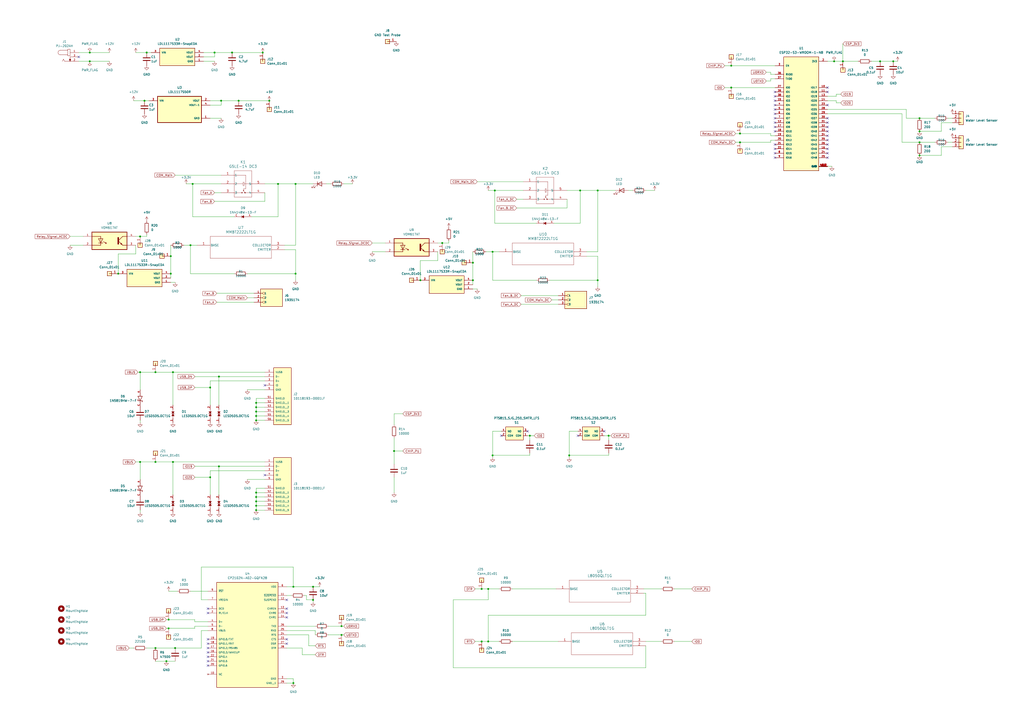
<source format=kicad_sch>
(kicad_sch (version 20230121) (generator eeschema)
  (paper "A2")
  (junction (at 198.12 368.3))
  (junction (at 483.87 35.56))
  (junction (at 274.32 162.56))
  (junction (at 128.27 58.42))
  (junction (at 533.4 82.55))
  (junction (at 171.45 158.75))
  (junction (at 90.17 267.97))
  (junction (at 533.4 68.58))
  (junction (at 97.79 359.41))
  (junction (at 279.4 341.63))
  (junction (at 279.4 372.11))
  (junction (at 96.52 383.54))
  (junction (at 171.45 106.68))
  (junction (at 336.55 110.49))
  (junction (at 346.71 162.56))
  (junction (at 285.75 264.16))
  (junction (at 97.79 364.49))
  (junction (at 170.18 396.24))
  (junction (at 90.17 215.9))
  (junction (at 283.21 341.63))
  (junction (at 353.06 252.73))
  (junction (at 148.59 241.3))
  (junction (at 148.59 236.22))
  (junction (at 198.12 363.22))
  (junction (at 134.62 30.48))
  (junction (at 429.26 82.55))
  (junction (at 283.21 372.11))
  (junction (at 148.59 288.29))
  (junction (at 307.34 252.73))
  (junction (at 152.4 30.48))
  (junction (at 510.54 35.56))
  (junction (at 101.6 375.92))
  (junction (at 170.18 340.36))
  (junction (at 81.28 137.16))
  (junction (at 81.28 267.97))
  (junction (at 148.59 238.76))
  (junction (at 85.09 30.48))
  (junction (at 83.82 58.42))
  (junction (at 518.16 35.56))
  (junction (at 138.43 58.42))
  (junction (at 99.06 158.75))
  (junction (at 100.33 267.97))
  (junction (at 228.6 261.62))
  (junction (at 488.95 35.56))
  (junction (at 111.76 106.68))
  (junction (at 127 218.44))
  (junction (at 124.46 30.48))
  (junction (at 533.4 76.2))
  (junction (at 52.07 30.48))
  (junction (at 330.2 264.16))
  (junction (at 99.06 148.59))
  (junction (at 148.59 285.75))
  (junction (at 110.49 142.24))
  (junction (at 156.21 58.42))
  (junction (at 424.18 38.1))
  (junction (at 81.28 215.9))
  (junction (at 424.18 50.8))
  (junction (at 121.92 276.86))
  (junction (at 148.59 293.37))
  (junction (at 274.32 152.4))
  (junction (at 148.59 295.91))
  (junction (at 68.58 158.75))
  (junction (at 533.4 90.17))
  (junction (at 181.61 340.36))
  (junction (at 243.84 162.56))
  (junction (at 346.71 110.49))
  (junction (at 148.59 290.83))
  (junction (at 100.33 215.9))
  (junction (at 121.92 224.79))
  (junction (at 148.59 243.84))
  (junction (at 285.75 146.05))
  (junction (at 256.54 140.97))
  (junction (at 161.29 106.68))
  (junction (at 90.17 375.92))
  (junction (at 52.07 35.56))
  (junction (at 181.61 347.98))
  (junction (at 148.59 233.68))
  (junction (at 429.26 77.47))
  (junction (at 287.02 110.49))
  (junction (at 127 270.51))
  (no_connect (at 449.58 55.88))
  (no_connect (at 153.67 275.59))
  (no_connect (at 480.06 50.8))
  (no_connect (at 480.06 91.44))
  (no_connect (at 166.37 370.84))
  (no_connect (at 480.06 76.2))
  (no_connect (at 449.58 71.12))
  (no_connect (at 449.58 91.44))
  (no_connect (at 449.58 58.42))
  (no_connect (at 449.58 83.82))
  (no_connect (at 480.06 73.66))
  (no_connect (at 45.72 33.02))
  (no_connect (at 449.58 68.58))
  (no_connect (at 166.37 373.38))
  (no_connect (at 449.58 73.66))
  (no_connect (at 449.58 63.5))
  (no_connect (at 480.06 81.28))
  (no_connect (at 480.06 53.34))
  (no_connect (at 120.65 386.08))
  (no_connect (at 480.06 60.96))
  (no_connect (at 335.28 252.73))
  (no_connect (at 449.58 76.2))
  (no_connect (at 120.65 383.54))
  (no_connect (at 166.37 358.14))
  (no_connect (at 120.65 370.84))
  (no_connect (at 480.06 78.74))
  (no_connect (at 120.65 381))
  (no_connect (at 480.06 68.58))
  (no_connect (at 120.65 378.46))
  (no_connect (at 166.37 355.6))
  (no_connect (at 480.06 88.9))
  (no_connect (at 449.58 88.9))
  (no_connect (at 306.07 250.19))
  (no_connect (at 449.58 86.36))
  (no_connect (at 166.37 353.06))
  (no_connect (at 120.65 355.6))
  (no_connect (at 480.06 71.12))
  (no_connect (at 449.58 53.34))
  (no_connect (at 449.58 60.96))
  (no_connect (at 480.06 86.36))
  (no_connect (at 480.06 83.82))
  (no_connect (at 166.37 347.98))
  (no_connect (at 120.65 375.92))
  (no_connect (at 290.83 252.73))
  (no_connect (at 120.65 373.38))
  (no_connect (at 350.52 250.19))
  (no_connect (at 153.67 223.52))
  (no_connect (at 449.58 66.04))
  (no_connect (at 120.65 353.06))
  (wire (pts (xy 346.71 148.59) (xy 346.71 162.56)))
  (wire (pts (xy 336.55 129.54) (xy 336.55 110.49)))
  (wire (pts (xy 118.11 30.48) (xy 124.46 30.48)))
  (wire (pts (xy 285.75 264.16) (xy 307.34 264.16)))
  (wire (pts (xy 148.59 290.83) (xy 153.67 290.83)))
  (wire (pts (xy 78.74 142.24) (xy 78.74 147.32)))
  (wire (pts (xy 81.28 215.9) (xy 90.17 215.9)))
  (wire (pts (xy 170.18 393.7) (xy 170.18 396.24)))
  (wire (pts (xy 198.12 363.22) (xy 199.39 363.22)))
  (wire (pts (xy 171.45 142.24) (xy 165.1 142.24)))
  (wire (pts (xy 228.6 276.86) (xy 228.6 285.75)))
  (wire (pts (xy 85.09 30.48) (xy 87.63 30.48)))
  (wire (pts (xy 287.02 129.54) (xy 287.02 110.49)))
  (wire (pts (xy 429.26 82.55) (xy 447.04 82.55)))
  (wire (pts (xy 297.18 372.11) (xy 323.85 372.11)))
  (wire (pts (xy 148.59 236.22) (xy 148.59 238.76)))
  (wire (pts (xy 307.34 252.73) (xy 309.88 252.73)))
  (wire (pts (xy 128.27 60.96) (xy 128.27 58.42)))
  (wire (pts (xy 424.18 50.8) (xy 449.58 50.8)))
  (wire (pts (xy 279.4 372.11) (xy 283.21 372.11)))
  (wire (pts (xy 78.74 30.48) (xy 85.09 30.48)))
  (wire (pts (xy 175.26 375.92) (xy 175.26 379.73)))
  (wire (pts (xy 90.17 267.97) (xy 100.33 267.97)))
  (wire (pts (xy 45.72 35.56) (xy 52.07 35.56)))
  (wire (pts (xy 124.46 30.48) (xy 134.62 30.48)))
  (wire (pts (xy 228.6 261.62) (xy 228.6 269.24)))
  (wire (pts (xy 346.71 162.56) (xy 346.71 166.37)))
  (wire (pts (xy 287.02 110.49) (xy 303.53 110.49)))
  (wire (pts (xy 148.59 233.68) (xy 148.59 236.22)))
  (wire (pts (xy 276.86 105.41) (xy 303.53 105.41)))
  (wire (pts (xy 480.06 58.42) (xy 485.14 58.42)))
  (wire (pts (xy 148.59 236.22) (xy 153.67 236.22)))
  (wire (pts (xy 353.06 252.73) (xy 354.33 252.73)))
  (wire (pts (xy 148.59 241.3) (xy 148.59 243.84)))
  (wire (pts (xy 148.59 231.14) (xy 148.59 233.68)))
  (wire (pts (xy 100.33 215.9) (xy 153.67 215.9)))
  (wire (pts (xy 520.7 35.56) (xy 518.16 35.56)))
  (wire (pts (xy 45.72 30.48) (xy 52.07 30.48)))
  (wire (pts (xy 228.6 261.62) (xy 233.68 261.62)))
  (wire (pts (xy 113.03 364.49) (xy 113.03 363.22)))
  (wire (pts (xy 444.5 41.91) (xy 447.04 41.91)))
  (wire (pts (xy 166.37 365.76) (xy 182.88 365.76)))
  (wire (pts (xy 330.2 250.19) (xy 330.2 264.16)))
  (wire (pts (xy 146.05 125.73) (xy 161.29 125.73)))
  (wire (pts (xy 113.03 270.51) (xy 127 270.51)))
  (wire (pts (xy 374.65 110.49) (xy 379.73 110.49)))
  (wire (pts (xy 485.14 55.88) (xy 485.14 54.61)))
  (wire (pts (xy 121.92 276.86) (xy 121.92 273.05)))
  (wire (pts (xy 346.71 146.05) (xy 340.36 146.05)))
  (wire (pts (xy 148.59 288.29) (xy 148.59 290.83)))
  (wire (pts (xy 336.55 110.49) (xy 346.71 110.49)))
  (wire (pts (xy 374.65 374.65) (xy 374.65 387.35)))
  (wire (pts (xy 113.03 218.44) (xy 127 218.44)))
  (wire (pts (xy 121.92 68.58) (xy 128.27 68.58)))
  (wire (pts (xy 148.59 290.83) (xy 148.59 293.37)))
  (wire (pts (xy 254 151.13) (xy 243.84 151.13)))
  (wire (pts (xy 353.06 262.89) (xy 353.06 264.16)))
  (wire (pts (xy 121.92 276.86) (xy 121.92 287.02)))
  (wire (pts (xy 121.92 220.98) (xy 153.67 220.98)))
  (wire (pts (xy 143.51 172.72) (xy 147.32 172.72)))
  (wire (pts (xy 549.91 82.55) (xy 552.45 82.55)))
  (wire (pts (xy 525.78 68.58) (xy 533.4 68.58)))
  (wire (pts (xy 124.46 111.76) (xy 128.27 111.76)))
  (wire (pts (xy 124.46 116.84) (xy 153.67 116.84)))
  (wire (pts (xy 373.38 341.63) (xy 383.54 341.63)))
  (wire (pts (xy 518.16 35.56) (xy 510.54 35.56)))
  (wire (pts (xy 374.65 387.35) (xy 262.89 387.35)))
  (wire (pts (xy 40.64 142.24) (xy 48.26 142.24)))
  (wire (pts (xy 546.1 90.17) (xy 533.4 90.17)))
  (wire (pts (xy 447.04 77.47) (xy 447.04 78.74)))
  (wire (pts (xy 113.03 224.79) (xy 121.92 224.79)))
  (wire (pts (xy 546.1 85.09) (xy 546.1 90.17)))
  (wire (pts (xy 81.28 267.97) (xy 81.28 278.13)))
  (wire (pts (xy 281.94 146.05) (xy 285.75 146.05)))
  (wire (pts (xy 148.59 233.68) (xy 153.67 233.68)))
  (wire (pts (xy 480.06 55.88) (xy 485.14 55.88)))
  (wire (pts (xy 311.15 162.56) (xy 285.75 162.56)))
  (wire (pts (xy 110.49 342.9) (xy 120.65 342.9)))
  (wire (pts (xy 118.11 33.02) (xy 124.46 33.02)))
  (wire (pts (xy 262.89 347.98) (xy 283.21 347.98)))
  (wire (pts (xy 166.37 393.7) (xy 170.18 393.7)))
  (wire (pts (xy 99.06 148.59) (xy 99.06 158.75)))
  (wire (pts (xy 138.43 58.42) (xy 156.21 58.42)))
  (wire (pts (xy 165.1 144.78) (xy 171.45 144.78)))
  (wire (pts (xy 128.27 58.42) (xy 138.43 58.42)))
  (wire (pts (xy 176.53 345.44) (xy 177.8 345.44)))
  (wire (pts (xy 116.84 347.98) (xy 116.84 328.93)))
  (wire (pts (xy 321.31 129.54) (xy 336.55 129.54)))
  (wire (pts (xy 116.84 375.92) (xy 101.6 375.92)))
  (wire (pts (xy 171.45 158.75) (xy 171.45 162.56)))
  (wire (pts (xy 549.91 68.58) (xy 552.45 68.58)))
  (wire (pts (xy 52.07 35.56) (xy 63.5 35.56)))
  (wire (pts (xy 483.87 35.56) (xy 488.95 35.56)))
  (wire (pts (xy 90.17 383.54) (xy 96.52 383.54)))
  (wire (pts (xy 171.45 106.68) (xy 171.45 142.24)))
  (wire (pts (xy 198.12 368.3) (xy 199.39 368.3)))
  (wire (pts (xy 373.38 344.17) (xy 374.65 344.17)))
  (wire (pts (xy 85.09 135.89) (xy 85.09 137.16)))
  (wire (pts (xy 99.06 142.24) (xy 99.06 148.59)))
  (wire (pts (xy 179.07 368.3) (xy 179.07 374.65)))
  (wire (pts (xy 335.28 250.19) (xy 330.2 250.19)))
  (wire (pts (xy 78.74 137.16) (xy 81.28 137.16)))
  (wire (pts (xy 127 270.51) (xy 127 287.02)))
  (wire (pts (xy 346.71 110.49) (xy 346.71 146.05)))
  (wire (pts (xy 485.14 58.42) (xy 485.14 59.69)))
  (wire (pts (xy 283.21 372.11) (xy 289.56 372.11)))
  (wire (pts (xy 274.32 162.56) (xy 274.32 165.1)))
  (wire (pts (xy 256.54 140.97) (xy 260.35 140.97)))
  (wire (pts (xy 166.37 345.44) (xy 168.91 345.44)))
  (wire (pts (xy 148.59 295.91) (xy 153.67 295.91)))
  (wire (pts (xy 81.28 137.16) (xy 85.09 137.16)))
  (wire (pts (xy 447.04 78.74) (xy 449.58 78.74)))
  (wire (pts (xy 285.75 146.05) (xy 289.56 146.05)))
  (wire (pts (xy 215.9 146.05) (xy 223.52 146.05)))
  (wire (pts (xy 116.84 365.76) (xy 116.84 375.92)))
  (wire (pts (xy 110.49 158.75) (xy 110.49 142.24)))
  (wire (pts (xy 299.72 120.65) (xy 328.93 120.65)))
  (wire (pts (xy 100.33 267.97) (xy 100.33 287.02)))
  (wire (pts (xy 525.78 63.5) (xy 525.78 68.58)))
  (wire (pts (xy 148.59 285.75) (xy 148.59 288.29)))
  (wire (pts (xy 505.46 35.56) (xy 510.54 35.56)))
  (wire (pts (xy 330.2 264.16) (xy 330.2 265.43)))
  (wire (pts (xy 166.37 396.24) (xy 170.18 396.24)))
  (wire (pts (xy 77.47 58.42) (xy 83.82 58.42)))
  (wire (pts (xy 485.14 59.69) (xy 487.68 59.69)))
  (wire (pts (xy 113.03 276.86) (xy 121.92 276.86)))
  (wire (pts (xy 546.1 76.2) (xy 533.4 76.2)))
  (wire (pts (xy 444.5 46.99) (xy 447.04 46.99)))
  (wire (pts (xy 260.35 140.97) (xy 260.35 139.7)))
  (wire (pts (xy 143.51 278.13) (xy 153.67 278.13)))
  (wire (pts (xy 121.92 60.96) (xy 128.27 60.96)))
  (wire (pts (xy 533.4 82.55) (xy 542.29 82.55)))
  (wire (pts (xy 283.21 347.98) (xy 283.21 341.63)))
  (wire (pts (xy 81.28 267.97) (xy 90.17 267.97)))
  (wire (pts (xy 297.18 341.63) (xy 322.58 341.63)))
  (wire (pts (xy 350.52 252.73) (xy 353.06 252.73)))
  (wire (pts (xy 121.92 273.05) (xy 153.67 273.05)))
  (wire (pts (xy 285.75 250.19) (xy 285.75 264.16)))
  (wire (pts (xy 90.17 375.92) (xy 101.6 375.92)))
  (wire (pts (xy 116.84 328.93) (xy 170.18 328.93)))
  (wire (pts (xy 81.28 215.9) (xy 81.28 226.06)))
  (wire (pts (xy 127 218.44) (xy 153.67 218.44)))
  (wire (pts (xy 488.95 35.56) (xy 497.84 35.56)))
  (wire (pts (xy 254 146.05) (xy 254 151.13)))
  (wire (pts (xy 523.24 66.04) (xy 523.24 82.55)))
  (wire (pts (xy 285.75 162.56) (xy 285.75 146.05)))
  (wire (pts (xy 118.11 35.56) (xy 124.46 35.56)))
  (wire (pts (xy 181.61 349.25) (xy 181.61 347.98)))
  (wire (pts (xy 52.07 30.48) (xy 63.5 30.48)))
  (wire (pts (xy 148.59 293.37) (xy 153.67 293.37)))
  (wire (pts (xy 177.8 345.44) (xy 177.8 347.98)))
  (wire (pts (xy 283.21 110.49) (xy 287.02 110.49)))
  (wire (pts (xy 153.67 106.68) (xy 161.29 106.68)))
  (wire (pts (xy 426.72 82.55) (xy 429.26 82.55)))
  (wire (pts (xy 275.59 341.63) (xy 279.4 341.63)))
  (wire (pts (xy 318.77 162.56) (xy 346.71 162.56)))
  (wire (pts (xy 182.88 365.76) (xy 182.88 368.3)))
  (wire (pts (xy 374.65 356.87) (xy 283.21 356.87)))
  (wire (pts (xy 121.92 224.79) (xy 121.92 220.98)))
  (wire (pts (xy 177.8 347.98) (xy 181.61 347.98)))
  (wire (pts (xy 148.59 288.29) (xy 153.67 288.29)))
  (wire (pts (xy 124.46 33.02) (xy 124.46 30.48)))
  (wire (pts (xy 153.67 283.21) (xy 148.59 283.21)))
  (wire (pts (xy 285.75 264.16) (xy 285.75 265.43)))
  (wire (pts (xy 447.04 82.55) (xy 447.04 81.28)))
  (wire (pts (xy 447.04 43.18) (xy 449.58 43.18)))
  (wire (pts (xy 190.5 368.3) (xy 198.12 368.3)))
  (wire (pts (xy 125.73 170.18) (xy 147.32 170.18)))
  (wire (pts (xy 364.49 110.49) (xy 367.03 110.49)))
  (wire (pts (xy 101.6 101.6) (xy 128.27 101.6)))
  (wire (pts (xy 127 270.51) (xy 153.67 270.51)))
  (wire (pts (xy 283.21 356.87) (xy 283.21 372.11)))
  (wire (pts (xy 480.06 35.56) (xy 483.87 35.56)))
  (wire (pts (xy 113.03 360.68) (xy 120.65 360.68)))
  (wire (pts (xy 40.64 137.16) (xy 48.26 137.16)))
  (wire (pts (xy 113.03 359.41) (xy 113.03 360.68)))
  (wire (pts (xy 353.06 264.16) (xy 330.2 264.16)))
  (wire (pts (xy 181.61 340.36) (xy 185.42 340.36)))
  (wire (pts (xy 429.26 77.47) (xy 447.04 77.47)))
  (wire (pts (xy 374.65 344.17) (xy 374.65 356.87)))
  (wire (pts (xy 134.62 30.48) (xy 152.4 30.48)))
  (wire (pts (xy 111.76 106.68) (xy 128.27 106.68)))
  (wire (pts (xy 480.06 66.04) (xy 523.24 66.04)))
  (wire (pts (xy 233.68 240.03) (xy 228.6 240.03)))
  (wire (pts (xy 353.06 252.73) (xy 353.06 255.27)))
  (wire (pts (xy 68.58 147.32) (xy 68.58 158.75)))
  (wire (pts (xy 306.07 252.73) (xy 307.34 252.73)))
  (wire (pts (xy 148.59 238.76) (xy 148.59 241.3)))
  (wire (pts (xy 148.59 293.37) (xy 148.59 295.91)))
  (wire (pts (xy 189.23 106.68) (xy 191.77 106.68)))
  (wire (pts (xy 80.01 215.9) (xy 81.28 215.9)))
  (wire (pts (xy 290.83 250.19) (xy 285.75 250.19)))
  (wire (pts (xy 161.29 125.73) (xy 161.29 106.68)))
  (wire (pts (xy 228.6 254) (xy 228.6 261.62)))
  (wire (pts (xy 274.32 146.05) (xy 274.32 152.4)))
  (wire (pts (xy 420.37 38.1) (xy 424.18 38.1)))
  (wire (pts (xy 143.51 226.06) (xy 153.67 226.06)))
  (wire (pts (xy 83.82 58.42) (xy 86.36 58.42)))
  (wire (pts (xy 153.67 111.76) (xy 153.67 116.84)))
  (wire (pts (xy 346.71 110.49) (xy 356.87 110.49)))
  (wire (pts (xy 279.4 341.63) (xy 283.21 341.63)))
  (wire (pts (xy 99.06 163.83) (xy 101.6 163.83)))
  (wire (pts (xy 148.59 283.21) (xy 148.59 285.75)))
  (wire (pts (xy 447.04 45.72) (xy 449.58 45.72)))
  (wire (pts (xy 113.03 363.22) (xy 120.65 363.22)))
  (wire (pts (xy 96.52 359.41) (xy 97.79 359.41)))
  (wire (pts (xy 148.59 285.75) (xy 153.67 285.75)))
  (wire (pts (xy 391.16 372.11) (xy 401.32 372.11)))
  (wire (pts (xy 287.02 129.54) (xy 311.15 129.54)))
  (wire (pts (xy 121.92 58.42) (xy 128.27 58.42)))
  (wire (pts (xy 148.59 238.76) (xy 153.67 238.76)))
  (wire (pts (xy 135.89 158.75) (xy 110.49 158.75)))
  (wire (pts (xy 111.76 125.73) (xy 135.89 125.73)))
  (wire (pts (xy 99.06 158.75) (xy 99.06 161.29)))
  (wire (pts (xy 320.04 173.99) (xy 323.85 173.99)))
  (wire (pts (xy 125.73 175.26) (xy 147.32 175.26)))
  (wire (pts (xy 302.26 176.53) (xy 323.85 176.53)))
  (wire (pts (xy 148.59 241.3) (xy 153.67 241.3)))
  (wire (pts (xy 447.04 41.91) (xy 447.04 43.18)))
  (wire (pts (xy 190.5 363.22) (xy 198.12 363.22)))
  (wire (pts (xy 170.18 340.36) (xy 181.61 340.36)))
  (wire (pts (xy 546.1 71.12) (xy 546.1 76.2)))
  (wire (pts (xy 488.95 25.4) (xy 488.95 35.56)))
  (wire (pts (xy 78.74 147.32) (xy 68.58 147.32)))
  (wire (pts (xy 166.37 368.3) (xy 179.07 368.3)))
  (wire (pts (xy 153.67 231.14) (xy 148.59 231.14)))
  (wire (pts (xy 485.14 54.61) (xy 487.68 54.61)))
  (wire (pts (xy 275.59 372.11) (xy 279.4 372.11)))
  (wire (pts (xy 166.37 375.92) (xy 175.26 375.92)))
  (wire (pts (xy 97.79 342.9) (xy 102.87 342.9)))
  (wire (pts (xy 307.34 262.89) (xy 307.34 264.16)))
  (wire (pts (xy 523.24 82.55) (xy 533.4 82.55)))
  (wire (pts (xy 111.76 125.73) (xy 111.76 106.68)))
  (wire (pts (xy 424.18 38.1) (xy 449.58 38.1)))
  (wire (pts (xy 546.1 85.09) (xy 552.45 85.09)))
  (wire (pts (xy 106.68 142.24) (xy 110.49 142.24)))
  (wire (pts (xy 480.06 63.5) (xy 525.78 63.5)))
  (wire (pts (xy 175.26 379.73) (xy 182.88 379.73)))
  (wire (pts (xy 254 140.97) (xy 256.54 140.97)))
  (wire (pts (xy 148.59 243.84) (xy 153.67 243.84)))
  (wire (pts (xy 143.51 158.75) (xy 171.45 158.75)))
  (wire (pts (xy 171.45 144.78) (xy 171.45 158.75)))
  (wire (pts (xy 166.37 340.36) (xy 170.18 340.36)))
  (wire (pts (xy 107.95 106.68) (xy 111.76 106.68)))
  (wire (pts (xy 340.36 148.59) (xy 346.71 148.59)))
  (wire (pts (xy 166.37 363.22) (xy 182.88 363.22)))
  (wire (pts (xy 96.52 364.49) (xy 97.79 364.49)))
  (wire (pts (xy 299.72 115.57) (xy 303.53 115.57)))
  (wire (pts (xy 391.16 341.63) (xy 401.32 341.63)))
  (wire (pts (xy 328.93 110.49) (xy 336.55 110.49)))
  (wire (pts (xy 85.09 375.92) (xy 90.17 375.92)))
  (wire (pts (xy 199.39 106.68) (xy 204.47 106.68)))
  (wire (pts (xy 170.18 328.93) (xy 170.18 340.36)))
  (wire (pts (xy 78.74 267.97) (xy 81.28 267.97)))
  (wire (pts (xy 447.04 81.28) (xy 449.58 81.28)))
  (wire (pts (xy 90.17 215.9) (xy 100.33 215.9)))
  (wire (pts (xy 96.52 383.54) (xy 101.6 383.54)))
  (wire (pts (xy 228.6 240.03) (xy 228.6 246.38)))
  (wire (pts (xy 482.6 96.52) (xy 480.06 96.52)))
  (wire (pts (xy 161.29 106.68) (xy 171.45 106.68)))
  (wire (pts (xy 328.93 115.57) (xy 328.93 120.65)))
  (wire (pts (xy 274.32 167.64) (xy 276.86 167.64)))
  (wire (pts (xy 179.07 374.65) (xy 182.88 374.65)))
  (wire (pts (xy 426.72 77.47) (xy 429.26 77.47)))
  (wire (pts (xy 447.04 46.99) (xy 447.04 45.72)))
  (wire (pts (xy 262.89 387.35) (xy 262.89 347.98)))
  (wire (pts (xy 100.33 215.9) (xy 100.33 234.95)))
  (wire (pts (xy 97.79 364.49) (xy 113.03 364.49)))
  (wire (pts (xy 283.21 341.63) (xy 289.56 341.63)))
  (wire (pts (xy 533.4 68.58) (xy 542.29 68.58)))
  (wire (pts (xy 374.65 372.11) (xy 383.54 372.11)))
  (wire (pts (xy 127 218.44) (xy 127 234.95)))
  (wire (pts (xy 420.37 50.8) (xy 424.18 50.8)))
  (wire (pts (xy 100.33 267.97) (xy 153.67 267.97)))
  (wire (pts (xy 121.92 224.79) (xy 121.92 234.95)))
  (wire (pts (xy 302.26 171.45) (xy 323.85 171.45)))
  (wire (pts (xy 81.28 243.84) (xy 81.28 245.11)))
  (wire (pts (xy 74.93 375.92) (xy 77.47 375.92)))
  (wire (pts (xy 307.34 252.73) (xy 307.34 255.27)))
  (wire (pts (xy 110.49 142.24) (xy 114.3 142.24)))
  (wire (pts (xy 274.32 152.4) (xy 274.32 162.56)))
  (wire (pts (xy 81.28 295.91) (xy 81.28 297.18)))
  (wire (pts (xy 120.65 365.76) (xy 116.84 365.76)))
  (wire (pts (xy 97.79 359.41) (xy 113.03 359.41)))
  (wire (pts (xy 171.45 106.68) (xy 181.61 106.68)))
  (wire (pts (xy 243.84 151.13) (xy 243.84 162.56)))
  (wire (pts (xy 546.1 71.12) (xy 552.45 71.12)))
  (wire (pts (xy 215.9 140.97) (xy 223.52 140.97)))
  (wire (pts (xy 120.65 347.98) (xy 116.84 347.98)))
  (global_label "COM_Main" (shape input) (at 101.6 101.6 180) (property "Intersheetrefs" "${INTERSHEET_REFS}" (effects hide)))
  (global_label "U0RXD" (shape input) (at 444.5 41.91 180) (property "Intersheetrefs" "${INTERSHEET_REFS}" (effects hide)))
  (global_label "Fan_B" (shape input) (at 125.73 170.18 180) (property "Intersheetrefs" "${INTERSHEET_REFS}" (effects hide)))
  (global_label "COM_Main_DC" (shape input) (at 426.72 82.55 180) (property "Intersheetrefs" "${INTERSHEET_REFS}" (effects hide)))
  (global_label "Relay_Signal_ACDC" (shape input) (at 426.72 77.47 180) (property "Intersheetrefs" "${INTERSHEET_REFS}" (effects hide)))
  (global_label "Relay_Signal_DCDC" (shape input) (at 215.9 140.97 180) (property "Intersheetrefs" "${INTERSHEET_REFS}" (effects hide)))
  (global_label "VBUS" (shape input) (at 78.74 267.97 180) (property "Intersheetrefs" "${INTERSHEET_REFS}" (effects hide)))
  (global_label "IO0" (shape input) (at 309.88 252.73 0) (property "Intersheetrefs" "${INTERSHEET_REFS}" (effects hide)))
  (global_label "Fan_A" (shape input) (at 125.73 175.26 180) (property "Intersheetrefs" "${INTERSHEET_REFS}" (effects hide)))
  (global_label "U0RXD" (shape input) (at 199.39 363.22 0) (property "Intersheetrefs" "${INTERSHEET_REFS}" (effects hide)))
  (global_label "Fan_B" (shape input) (at 124.46 116.84 180) (property "Intersheetrefs" "${INTERSHEET_REFS}" (effects hide)))
  (global_label "Fan_B_DC" (shape input) (at 299.72 120.65 180) (property "Intersheetrefs" "${INTERSHEET_REFS}" (effects hide)))
  (global_label "U0TXD" (shape input) (at 199.39 368.3 0) (property "Intersheetrefs" "${INTERSHEET_REFS}" (effects hide)))
  (global_label "CHIP_PU" (shape input) (at 401.32 341.63 0) (property "Intersheetrefs" "${INTERSHEET_REFS}" (effects hide)))
  (global_label "Fan_A_DC" (shape input) (at 299.72 115.57 180) (property "Intersheetrefs" "${INTERSHEET_REFS}" (effects hide)))
  (global_label "ESP_3V3" (shape input) (at 488.95 25.4 0) (property "Intersheetrefs" "${INTERSHEET_REFS}" (effects hide)))
  (global_label "COM_Main_DC" (shape input) (at 276.86 105.41 180) (property "Intersheetrefs" "${INTERSHEET_REFS}" (effects hide)))
  (global_label "CHIP_PU" (shape input) (at 420.37 38.1 180) (property "Intersheetrefs" "${INTERSHEET_REFS}" (effects hide)))
  (global_label "DTR" (shape input) (at 275.59 341.63 180) (property "Intersheetrefs" "${INTERSHEET_REFS}" (effects hide)))
  (global_label "IO19" (shape input) (at 487.68 54.61 0) (property "Intersheetrefs" "${INTERSHEET_REFS}" (effects hide)))
  (global_label "RTS" (shape input) (at 275.59 372.11 180) (property "Intersheetrefs" "${INTERSHEET_REFS}" (effects hide)))
  (global_label "IO0" (shape input) (at 420.37 50.8 180) (property "Intersheetrefs" "${INTERSHEET_REFS}" (effects hide)))
  (global_label "CHIP_PU" (shape input) (at 233.68 261.62 0) (property "Intersheetrefs" "${INTERSHEET_REFS}" (effects hide)))
  (global_label "COM_Main_DC" (shape input) (at 320.04 173.99 180) (property "Intersheetrefs" "${INTERSHEET_REFS}" (effects hide)))
  (global_label "Fan_A" (shape input) (at 124.46 111.76 180) (property "Intersheetrefs" "${INTERSHEET_REFS}" (effects hide)))
  (global_label "IO20" (shape input) (at 113.03 276.86 180) (property "Intersheetrefs" "${INTERSHEET_REFS}" (effects hide)))
  (global_label "Fan_B_DC" (shape input) (at 302.26 171.45 180) (property "Intersheetrefs" "${INTERSHEET_REFS}" (effects hide)))
  (global_label "USB_DP" (shape input) (at 113.03 224.79 180) (property "Intersheetrefs" "${INTERSHEET_REFS}" (effects hide)))
  (global_label "VBUS" (shape input) (at 80.01 215.9 180) (property "Intersheetrefs" "${INTERSHEET_REFS}" (effects hide)))
  (global_label "U0TXD" (shape input) (at 444.5 46.99 180) (property "Intersheetrefs" "${INTERSHEET_REFS}" (effects hide)))
  (global_label "VBUS" (shape input) (at 74.93 375.92 180) (property "Intersheetrefs" "${INTERSHEET_REFS}" (effects hide)))
  (global_label "USB_DN" (shape input) (at 96.52 364.49 180) (property "Intersheetrefs" "${INTERSHEET_REFS}" (effects hide)))
  (global_label "RTS" (shape input) (at 182.88 374.65 0) (property "Intersheetrefs" "${INTERSHEET_REFS}" (effects hide)))
  (global_label "IO20" (shape input) (at 487.68 59.69 0) (property "Intersheetrefs" "${INTERSHEET_REFS}" (effects hide)))
  (global_label "CHIP_PU" (shape input) (at 354.33 252.73 0) (property "Intersheetrefs" "${INTERSHEET_REFS}" (effects hide)))
  (global_label "ESP_3V3" (shape input) (at 233.68 240.03 0) (property "Intersheetrefs" "${INTERSHEET_REFS}" (effects hide)))
  (global_label "USB_DN" (shape input) (at 113.03 218.44 180) (property "Intersheetrefs" "${INTERSHEET_REFS}" (effects hide)))
  (global_label "COM_Main" (shape input) (at 143.51 172.72 180) (property "Intersheetrefs" "${INTERSHEET_REFS}" (effects hide)))
  (global_label "Fan_A_DC" (shape input) (at 302.26 176.53 180) (property "Intersheetrefs" "${INTERSHEET_REFS}" (effects hide)))
  (global_label "DTR" (shape input) (at 182.88 379.73 0) (property "Intersheetrefs" "${INTERSHEET_REFS}" (effects hide)))
  (global_label "Relay_Signal_ACDC" (shape input) (at 40.64 137.16 180) (property "Intersheetrefs" "${INTERSHEET_REFS}" (effects hide)))
  (global_label "USB_DP" (shape input) (at 96.52 359.41 180) (property "Intersheetrefs" "${INTERSHEET_REFS}" (effects hide)))
  (global_label "IO19" (shape input) (at 113.03 270.51 180) (property "Intersheetrefs" "${INTERSHEET_REFS}" (effects hide)))
  (global_label "IO0" (shape input) (at 401.32 372.11 0) (property "Intersheetrefs" "${INTERSHEET_REFS}" (effects hide)))
  (symbol (lib_id "Device:R") (at 314.96 162.56 90) (unit 1)
    (property "Reference" "R23" (at 314.96 161.29 90))
    (property "Value" "10000" (at 314.96 163.83 90))
  )
  (symbol (lib_id "power:GND") (at 83.82 66.04 0) (unit 1)
    (property "Reference" "#PWR08" (effects hide))
    (property "Value" "GND" (at 83.82 71.12 0))
  )
  (symbol (lib_id "ECE445:LESD5D5.0CT1G") (at 127 292.1 90) (unit 1)
    (property "Reference" "D4" (at 129.54 290.83 90) (effects (justify right)))
    (property "Value" "LESD5D5.0CT1G" (at 129.54 293.37 90) (effects (justify right)))
    (property "Footprint" "ECE445:LESD5D5_0CT1G" (effects hide))
    (property "MF" "Leshan Radio Co." (effects hide))
    (property "MAXIMUM_PACKAGE_HEIGHT" "0.7 mm" (effects hide))
    (property "Package" "None" (effects hide))
    (property "Price" "None" (effects hide))
    (property "Check_prices" "https://www.snapeda.com/parts/LESD5D5.0CT1G/Leshan+Radio+Co./view-part/?ref=eda" (effects hide))
    (property "STANDARD" "Manufacturer Recommendations" (effects hide))
    (property "PARTREV" "O" (effects hide))
    (property "SnapEDA_Link" "https://www.snapeda.com/parts/LESD5D5.0CT1G/Leshan+Radio+Co./view-part/?ref=snap" (effects hide))
    (property "MP" "LESD5D5.0CT1G" (effects hide))
    (property "Description" "\nTransient Voltage Suppressors for ESD Protection\n" (effects hide))
    (property "Availability" "Not in stock" (effects hide))
    (property "MANUFACTURER" "LRC" (effects hide))
  )
  (symbol (lib_id "power:GND") (at 510.54 43.18 0) (mirror y) (unit 1)
    (property "Reference" "#PWR014" (effects hide))
    (property "Value" "GND" (at 510.54 48.26 0))
  )
  (symbol (lib_id "Device:R") (at 85.09 132.08 0) (unit 1)
    (property "Reference" "R20" (at 87.63 130.81 0) (effects (justify left)))
    (property "Value" "0" (at 87.63 133.35 0) (effects (justify left)))
  )
  (symbol (lib_id "Mechanical:MountingHole") (at 35.56 372.11 0) (unit 1)
    (property "Reference" "H4" (at 38.1 370.84 0) (effects (justify left)))
    (property "Value" "MountingHole" (at 38.1 373.38 0) (effects (justify left)))
    (property "Footprint" "MountingHole:MountingHole_3.2mm_M3" (effects hide))
  )
  (symbol (lib_id "Device:R") (at 195.58 106.68 90) (unit 1)
    (property "Reference" "R19" (at 195.58 105.41 90))
    (property "Value" "1000" (at 195.58 107.95 90))
  )
  (symbol (lib_id "Device:R") (at 546.1 82.55 90) (unit 1)
    (property "Reference" "R16" (at 546.1 81.28 90))
    (property "Value" "100" (at 546.1 83.82 90))
  )
  (symbol (lib_id "Device:R") (at 186.69 368.3 90) (unit 1)
    (property "Reference" "R8" (at 186.69 367.03 90))
    (property "Value" "0" (at 186.69 369.57 90))
    (property "Footprint" "Resistor_SMD:R_0805_2012Metric_Pad1.20x1.40mm_HandSolder" (effects hide))
  )
  (symbol (lib_id "ECE445:LDL1117S33R-SnapEDA") (at 83.82 161.29 0) (unit 1)
    (property "Reference" "U11" (at 83.82 151.13 0))
    (property "Value" "LDL1117S33R-SnapEDA" (at 83.82 153.67 0))
    (property "Footprint" "LDL1117S33R:SOT230P700X180-4N" (effects hide))
    (property "DigiKey_Part_Number" "497-17239-2-ND" (effects hide))
    (property "MF" "STMicroelectronics" (effects hide))
    (property "MAXIMUM_PACKAGE_HEIGHT" "1.8 mm" (effects hide))
    (property "Package" "SOT-223 STMicroelectronics" (effects hide))
    (property "Check_prices" "https://www.snapeda.com/parts/LDL1117S33R/STMicroelectronics/view-part/?ref=eda" (effects hide))
    (property "STANDARD" "IPC 7351B" (effects hide))
    (property "PARTREV" "7" (effects hide))
    (property "SnapEDA_Link" "https://www.snapeda.com/parts/LDL1117S33R/STMicroelectronics/view-part/?ref=snap" (effects hide))
    (property "MP" "LDL1117S33R" (effects hide))
    (property "Purchase-URL" "https://www.snapeda.com/api/url_track_click_mouser/?unipart_id=865632&manufacturer=STMicroelectronics&part_name=LDL1117S33R&search_term=ldl1117s33r" (effects hide))
    (property "Description" "\nLinear Voltage Regulator IC Positive Fixed 1 Output 1.2A SOT-223\n" (effects hide))
    (property "SNAPEDA_PN" "LDL1117S33R" (effects hide))
    (property "MANUFACTURER" "STMicroelectronics" (effects hide))
  )
  (symbol (lib_id "ECE445:G5LE-14_DC3") (at 303.53 105.41 0) (unit 1)
    (property "Reference" "K2" (at 316.23 97.79 0) (effects (font (size 1.524 1.524))))
    (property "Value" "G5LE-14 DC3" (at 316.23 100.33 0) (effects (font (size 1.524 1.524))))
    (property "Footprint" "RELAY_G5LE-1 DC5_OMR" (effects hide))
    (property "Datasheet" "G5LE-14 DC3" (effects hide))
  )
  (symbol (lib_id "Connector_Generic:Conn_01x03") (at 557.53 82.55 0) (unit 1)
    (property "Reference" "J5" (at 560.07 81.28 0) (effects (justify left)))
    (property "Value" "Water Level Sensor" (at 560.07 83.82 0) (effects (justify left)))
  )
  (symbol (lib_id "ECE445:1N4148W-13-F") (at 316.23 129.54 180) (unit 1)
    (property "Reference" "D11" (at 316.23 124.46 0))
    (property "Value" "1N4148W-13-F" (at 316.23 127 0))
    (property "Footprint" "1N4148W-13-F:SOD3715X135N" (effects hide))
    (property "PARTREV" "28-2" (effects hide))
    (property "MANUFACTURER" "Diodes" (effects hide))
    (property "STANDARD" "IPC-7351B" (effects hide))
  )
  (symbol (lib_id "Connector_Generic:Conn_01x01") (at 256.54 146.05 270) (unit 1)
    (property "Reference" "J29" (at 257.81 143.51 90) (effects (justify left)))
    (property "Value" "Conn_01x01" (at 257.81 146.05 90) (effects (justify left)))
  )
  (symbol (lib_id "power:PWR_FLAG") (at 52.07 30.48 0) (unit 1)
    (property "Reference" "#FLG01" (effects hide))
    (property "Value" "PWR_FLAG" (at 52.07 25.4 0))
  )
  (symbol (lib_id "power:GND") (at 533.4 76.2 0) (unit 1)
    (property "Reference" "#PWR037" (effects hide))
    (property "Value" "GND" (at 533.4 80.01 0))
  )
  (symbol (lib_id "power:GND") (at 100.33 297.18 0) (unit 1)
    (property "Reference" "#PWR033" (effects hide))
    (property "Value" "GND" (at 100.33 302.26 0))
  )
  (symbol (lib_id "power:+5V") (at 552.45 66.04 0) (unit 1)
    (property "Reference" "#PWR034" (effects hide))
    (property "Value" "+5V" (at 552.45 60.96 0))
  )
  (symbol (lib_id "power:+3.3V") (at 107.95 106.68 0) (unit 1)
    (property "Reference" "#PWR042" (effects hide))
    (property "Value" "+3.3V" (at 107.95 102.87 0))
  )
  (symbol (lib_id "ECE445:L8050QLT1G") (at 323.85 372.11 0) (unit 1)
    (property "Reference" "U6" (at 349.25 361.95 0) (effects (font (size 1.524 1.524))))
    (property "Value" "L8050QLT1G" (at 349.25 364.49 0) (effects (font (size 1.524 1.524))))
    (property "Footprint" "ECE445:SOT-23_ONS" (effects hide))
    (property "Datasheet" "KSC3265YMTF" (effects hide))
  )
  (symbol (lib_id "Device:R") (at 293.37 341.63 90) (unit 1)
    (property "Reference" "R9" (at 293.37 335.28 90))
    (property "Value" "10000" (at 293.37 337.82 90))
    (property "Footprint" "Resistor_SMD:R_0805_2012Metric_Pad1.20x1.40mm_HandSolder" (effects hide))
  )
  (symbol (lib_id "Connector_Generic:Conn_01x03") (at 557.53 68.58 0) (unit 1)
    (property "Reference" "J4" (at 560.07 67.31 0) (effects (justify left)))
    (property "Value" "Water Level Sensor" (at 560.07 69.85 0) (effects (justify left)))
  )
  (symbol (lib_id "Device:R") (at 533.4 86.36 0) (unit 1)
    (property "Reference" "R18" (at 535.94 85.09 0) (effects (justify left)))
    (property "Value" "200" (at 535.94 87.63 0) (effects (justify left)))
  )
  (symbol (lib_id "power:GND") (at 121.92 297.18 0) (unit 1)
    (property "Reference" "#PWR018" (effects hide))
    (property "Value" "GND" (at 121.92 302.26 0))
  )
  (symbol (lib_id "ECE445:L8050QLT1G") (at 322.58 341.63 0) (unit 1)
    (property "Reference" "U5" (at 347.98 331.47 0) (effects (font (size 1.524 1.524))))
    (property "Value" "L8050QLT1G" (at 347.98 334.01 0) (effects (font (size 1.524 1.524))))
    (property "Footprint" "ECE445:SOT-23_ONS" (effects hide))
    (property "Datasheet" "KSC3265YMTF" (effects hide))
  )
  (symbol (lib_id "Connector_Generic:Conn_01x01") (at 279.4 336.55 90) (unit 1)
    (property "Reference" "J25" (at 276.86 330.2 90) (effects (justify right)))
    (property "Value" "Conn_01x01" (at 276.86 332.74 90) (effects (justify right)))
  )
  (symbol (lib_id "ECE445:MMBT2222LT1G") (at 114.3 142.24 0) (unit 1)
    (property "Reference" "U7" (at 139.7 132.08 0) (effects (font (size 1.524 1.524))))
    (property "Value" "MMBT2222LT1G" (at 139.7 134.62 0) (effects (font (size 1.524 1.524))))
    (property "Footprint" "SOT-23-3_1P4X3P040_ONS" (effects hide))
    (property "Datasheet" "MMBT2222LT1G" (effects hide))
  )
  (symbol (lib_id "Device:R") (at 228.6 250.19 0) (unit 1)
    (property "Reference" "R14" (at 231.14 248.92 0) (effects (justify left)))
    (property "Value" "10000" (at 231.14 251.46 0) (effects (justify left)))
    (property "Footprint" "Resistor_SMD:R_0805_2012Metric_Pad1.20x1.40mm_HandSolder" (effects hide))
  )
  (symbol (lib_id "Device:C") (at 101.6 379.73 0) (unit 1)
    (property "Reference" "C9" (at 105.41 378.46 0) (effects (justify left)))
    (property "Value" "1uF" (at 105.41 381 0) (effects (justify left)))
    (property "Footprint" "Capacitor_SMD:C_0805_2012Metric_Pad1.18x1.45mm_HandSolder" (effects hide))
  )
  (symbol (lib_id "Device:LED") (at 360.68 110.49 0) (unit 1)
    (property "Reference" "D12" (at 359.0925 104.14 0))
    (property "Value" "LED" (at 359.0925 106.68 0))
  )
  (symbol (lib_id "power:GND") (at 128.27 68.58 0) (unit 1)
    (property "Reference" "#PWR036" (effects hide))
    (property "Value" "GND" (at 128.27 73.66 0))
  )
  (symbol (lib_id "power:GND") (at 138.43 66.04 0) (unit 1)
    (property "Reference" "#PWR039" (effects hide))
    (property "Value" "GND" (at 138.43 71.12 0))
  )
  (symbol (lib_id "ECE445:10118193-0001LF") (at 163.83 275.59 0) (unit 1)
    (property "Reference" "J3" (at 170.18 280.67 0) (effects (justify left)))
    (property "Value" "10118193-0001LF" (at 170.18 283.21 0) (effects (justify left)))
    (property "Footprint" "ECE445:10118193-0001LF" (effects hide))
    (property "PARTREV" "E" (effects hide))
    (property "MANUFACTURER" "Amphenol FCI" (effects hide))
    (property "MAXIMUM_PACKAGE_HEIGHT" "2.55 mm" (effects hide))
    (property "STANDARD" "Manufacturer Recommendations" (effects hide))
  )
  (symbol (lib_id "Device:C") (at 134.62 34.29 0) (unit 1)
    (property "Reference" "C2" (at 138.43 33.02 0) (effects (justify left)))
    (property "Value" "4.7uF" (at 138.43 35.56 0) (effects (justify left)))
    (property "Footprint" "Capacitor_SMD:C_0805_2012Metric_Pad1.18x1.45mm_HandSolder" (effects hide))
  )
  (symbol (lib_id "power:GND") (at 229.87 24.13 0) (unit 1)
    (property "Reference" "#PWR051" (effects hide))
    (property "Value" "GND" (at 229.87 29.21 0))
  )
  (symbol (lib_id "ECE445:1N5819HW-7-F") (at 81.28 283.21 270) (unit 1)
    (property "Reference" "D5" (at 69.85 281.94 90) (effects (justify left)))
    (property "Value" "1N5819HW-7-F" (at 63.5 284.48 90) (effects (justify left)))
    (property "Footprint" "ECE445:1N5819HW-7-F" (effects hide))
    (property "PARTREV" "18-2" (effects hide))
    (property "STANDARD" "IPC-7351B" (effects hide))
    (property "MANUFACTURER" "Diodes Inc." (effects hide))
  )
  (symbol (lib_id "Connector_Generic:Conn_01x01") (at 156.21 63.5 270) (unit 1)
    (property "Reference" "J11" (at 158.75 62.23 90) (effects (justify left)))
    (property "Value" "Conn_01x01" (at 158.75 64.77 90) (effects (justify left)))
  )
  (symbol (lib_id "ECE445:VOM617AT") (at 63.5 139.7 0) (unit 1)
    (property "Reference" "U8" (at 63.5 129.54 0))
    (property "Value" "VOM617AT" (at 63.5 132.08 0))
    (property "Footprint" "VOM617AT:SOIC254P695X242-4N" (effects hide))
    (property "MF" "Vishay Semiconductor" (effects hide))
    (property "Description" "\nVOM617AT DC Input Phototransistor Output Optocoupler, Surface Mount, 4-Pin SOP | Siliconix / Vishay VOM617AT\n" (effects hide))
    (property "Package" "SOP-4 Vishay Semiconductor" (effects hide))
    (property "Price" "None" (effects hide))
    (property "Check_prices" "https://www.snapeda.com/parts/VOM617AT/Vishay+Semiconductor+Opto+Division/view-part/?ref=eda" (effects hide))
    (property "SnapEDA_Link" "https://www.snapeda.com/parts/VOM617AT/Vishay+Semiconductor+Opto+Division/view-part/?ref=snap" (effects hide))
    (property "MP" "VOM617AT" (effects hide))
    (property "Purchase-URL" "https://www.snapeda.com/api/url_track_click_mouser/?unipart_id=289684&manufacturer=Vishay Semiconductor&part_name=VOM617AT&search_term=sop 4 pin" (effects hide))
    (property "Availability" "In Stock" (effects hide))
    (property "MANUFACTURER" "VISHAY" (effects hide))
  )
  (symbol (lib_id "Device:C") (at 353.06 259.08 0) (unit 1)
    (property "Reference" "C12" (at 356.87 257.81 0) (effects (justify left)))
    (property "Value" "0.1uF" (at 356.87 260.35 0) (effects (justify left)))
    (property "Footprint" "Capacitor_SMD:C_0805_2012Metric_Pad1.18x1.45mm_HandSolder" (effects hide))
  )
  (symbol (lib_id "ECE445:1N5819HW-7-F") (at 81.28 231.14 270) (unit 1)
    (property "Reference" "D6" (at 69.85 229.87 90) (effects (justify left)))
    (property "Value" "1N5819HW-7-F" (at 63.5 232.41 90) (effects (justify left)))
    (property "Footprint" "ECE445:1N5819HW-7-F" (effects hide))
    (property "PARTREV" "18-2" (effects hide))
    (property "STANDARD" "IPC-7351B" (effects hide))
    (property "MANUFACTURER" "Diodes Inc." (effects hide))
  )
  (symbol (lib_id "ECE445:LESD5D5.0CT1G") (at 121.92 240.03 90) (unit 1)
    (property "Reference" "D1" (at 105.41 238.76 90) (effects (justify right)))
    (property "Value" "LESD5D5.0CT1G" (at 105.41 241.3 90) (effects (justify right)))
    (property "Footprint" "ECE445:LESD5D5_0CT1G" (effects hide))
    (property "MF" "Leshan Radio Co." (effects hide))
    (property "MAXIMUM_PACKAGE_HEIGHT" "0.7 mm" (effects hide))
    (property "Package" "None" (effects hide))
    (property "Price" "None" (effects hide))
    (property "Check_prices" "https://www.snapeda.com/parts/LESD5D5.0CT1G/Leshan+Radio+Co./view-part/?ref=eda" (effects hide))
    (property "STANDARD" "Manufacturer Recommendations" (effects hide))
    (property "PARTREV" "O" (effects hide))
    (property "SnapEDA_Link" "https://www.snapeda.com/parts/LESD5D5.0CT1G/Leshan+Radio+Co./view-part/?ref=snap" (effects hide))
    (property "MP" "LESD5D5.0CT1G" (effects hide))
    (property "Description" "\nTransient Voltage Suppressors for ESD Protection\n" (effects hide))
    (property "Availability" "Not in stock" (effects hide))
    (property "MANUFACTURER" "LRC" (effects hide))
  )
  (symbol (lib_id "power:GND") (at 285.75 265.43 0) (unit 1)
    (property "Reference" "#PWR030" (effects hide))
    (property "Value" "GND" (at 285.75 270.51 0))
  )
  (symbol (lib_id "power:GND") (at 276.86 167.64 0) (unit 1)
    (property "Reference" "#PWR053" (effects hide))
    (property "Value" "GND" (at 276.86 172.72 0))
  )
  (symbol (lib_id "power:+12V") (at 63.5 30.48 0) (unit 1)
    (property "Reference" "#PWR01" (effects hide))
    (property "Value" "+12V" (at 63.5 25.4 0))
  )
  (symbol (lib_id "power:+3.3V") (at 185.42 340.36 0) (unit 1)
    (property "Reference" "#PWR025" (effects hide))
    (property "Value" "+3.3V" (at 185.42 335.28 0))
  )
  (symbol (lib_id "Connector_Generic:Conn_01x01") (at 269.24 152.4 180) (unit 1)
    (property "Reference" "J10" (at 264.16 148.59 0))
    (property "Value" "Conn_01x01" (at 264.16 151.13 0))
  )
  (symbol (lib_id "ECE445:ESP32-S3-WROOM-1-N8") (at 464.82 63.5 0) (unit 1)
    (property "Reference" "U1" (at 464.82 27.94 0))
    (property "Value" "ESP32-S3-WROOM-1-N8" (at 464.82 30.48 0))
    (property "Footprint" "ECE445:ESP32-S3-WROOM-1-N8-SnapEDA" (effects hide))
    (property "DigiKey_Part_Number" "1965-ESP32-S3-WROOM-1-N8TR-ND" (effects hide))
    (property "MF" "Espressif Systems" (effects hide))
    (property "DESCRIPTION" "Bluetooth, WiFi 802.11b/g/n, Bluetooth v5.0 Transceiver Module 2.4GHz PCB Trace Surface Mount" (effects hide))
    (property "PACKAGE" "None" (effects hide))
    (property "PRICE" "None" (effects hide))
    (property "Package" "NON STANDARD Espressif Systems" (effects hide))
    (property "Check_prices" "https://www.snapeda.com/parts/ESP32-S3-WROOM-1-N8/Espressif+Systems/view-part/?ref=eda" (effects hide))
    (property "SnapEDA_Link" "https://www.snapeda.com/parts/ESP32-S3-WROOM-1-N8/Espressif+Systems/view-part/?ref=snap" (effects hide))
    (property "MP" "ESP32-S3-WROOM-1-N8" (effects hide))
    (property "Purchase-URL" "https://www.snapeda.com/api/url_track_click_mouser/?unipart_id=11020927&manufacturer=Espressif Systems&part_name=ESP32-S3-WROOM-1-N8&search_term=None" (effects hide))
    (property "Description" "\nWiFi 802.11a/b/g/n, Bluetooth v5.0 Transceiver Module 2.4GHz Antenna Not Included -\n" (effects hide))
    (property "AVAILABILITY" "In Stock" (effects hide))
    (property "PURCHASE-URL" "https://pricing.snapeda.com/search/part/ESP32-S3-WROOM-1-N8R8/?ref=eda" (effects hide))
  )
  (symbol (lib_id "Connector_Generic:Conn_01x01") (at 63.5 158.75 180) (unit 1)
    (property "Reference" "J27" (at 63.5 152.4 0))
    (property "Value" "Conn_01x01" (at 63.5 154.94 0))
  )
  (symbol (lib_id "Connector_Generic:Conn_01x01") (at 198.12 358.14 90) (unit 1)
    (property "Reference" "J19" (at 200.66 356.87 90) (effects (justify right)))
    (property "Value" "Conn_01x01" (at 200.66 359.41 90) (effects (justify right)))
  )
  (symbol (lib_id "power:GND") (at 181.61 349.25 0) (unit 1)
    (property "Reference" "#PWR026" (effects hide))
    (property "Value" "GND" (at 181.61 354.33 0))
  )
  (symbol (lib_id "ECE445:1N4148W-13-F") (at 140.97 125.73 180) (unit 1)
    (property "Reference" "D9" (at 140.97 120.65 0))
    (property "Value" "1N4148W-13-F" (at 140.97 123.19 0))
    (property "Footprint" "1N4148W-13-F:SOD3715X135N" (effects hide))
    (property "PARTREV" "28-2" (effects hide))
    (property "MANUFACTURER" "Diodes" (effects hide))
    (property "STANDARD" "IPC-7351B" (effects hide))
  )
  (symbol (lib_id "Device:C") (at 83.82 62.23 0) (unit 1)
    (property "Reference" "C3" (at 86.36 60.96 0) (effects (justify left)))
    (property "Value" "1uF" (at 86.36 63.5 0) (effects (justify left)))
    (property "Footprint" "Capacitor_SMD:C_0805_2012Metric_Pad1.18x1.45mm_HandSolder" (effects hide))
  )
  (symbol (lib_id "Connector_Generic:Conn_01x01") (at 90.17 210.82 90) (unit 1)
    (property "Reference" "J20" (at 92.71 209.55 90) (effects (justify right)))
    (property "Value" "Conn_01x01" (at 92.71 212.09 90) (effects (justify right)))
  )
  (symbol (lib_id "Device:R") (at 172.72 345.44 270) (unit 1)
    (property "Reference" "R4" (at 172.72 347.98 90))
    (property "Value" "10000" (at 172.72 350.52 90))
    (property "Footprint" "Resistor_SMD:R_0805_2012Metric_Pad1.20x1.40mm_HandSolder" (effects hide))
  )
  (symbol (lib_id "Device:R") (at 106.68 342.9 90) (unit 1)
    (property "Reference" "R3" (at 106.68 336.55 90))
    (property "Value" "1000" (at 106.68 339.09 90))
    (property "Footprint" "Resistor_SMD:R_0805_2012Metric_Pad1.20x1.40mm_HandSolder" (effects hide))
  )
  (symbol (lib_id "Mechanical:MountingHole") (at 35.56 365.76 0) (unit 1)
    (property "Reference" "H3" (at 38.1 364.49 0) (effects (justify left)))
    (property "Value" "MountingHole" (at 38.1 367.03 0) (effects (justify left)))
    (property "Footprint" "MountingHole:MountingHole_3.2mm_M3" (effects hide))
  )
  (symbol (lib_id "Device:LED") (at 185.42 106.68 0) (unit 1)
    (property "Reference" "D10" (at 183.8325 100.33 0))
    (property "Value" "LED" (at 183.8325 102.87 0))
  )
  (symbol (lib_id "power:GND") (at 124.46 35.56 0) (unit 1)
    (property "Reference" "#PWR04" (effects hide))
    (property "Value" "GND" (at 124.46 40.64 0))
  )
  (symbol (lib_id "power:GND") (at 171.45 162.56 0) (unit 1)
    (property "Reference" "#PWR043" (effects hide))
    (property "Value" "GND" (at 171.45 167.64 0))
  )
  (symbol (lib_id "Device:R") (at 186.69 363.22 90) (unit 1)
    (property "Reference" "R7" (at 186.69 361.95 90))
    (property "Value" "0" (at 186.69 364.49 90))
    (property "Footprint" "Resistor_SMD:R_0805_2012Metric_Pad1.20x1.40mm_HandSolder" (effects hide))
  )
  (symbol (lib_id "power:GND") (at 81.28 245.11 0) (unit 1)
    (property "Reference" "#PWR022" (effects hide))
    (property "Value" "GND" (at 81.28 250.19 0))
  )
  (symbol (lib_id "power:GND") (at 85.09 38.1 0) (unit 1)
    (property "Reference" "#PWR012" (effects hide))
    (property "Value" "GND" (at 85.09 43.18 0))
  )
  (symbol (lib_id "power:+5V") (at 85.09 128.27 0) (unit 1)
    (property "Reference" "#PWR045" (effects hide))
    (property "Value" "+5V" (at 85.09 123.19 0))
  )
  (symbol (lib_id "power:GND") (at 127 297.18 0) (unit 1)
    (property "Reference" "#PWR019" (effects hide))
    (property "Value" "GND" (at 127 302.26 0))
  )
  (symbol (lib_id "power:+12V") (at 77.47 58.42 0) (unit 1)
    (property "Reference" "#PWR06" (effects hide))
    (property "Value" "+12V" (at 77.47 53.34 0))
  )
  (symbol (lib_id "power:GND") (at 533.4 90.17 0) (unit 1)
    (property "Reference" "#PWR038" (effects hide))
    (property "Value" "GND" (at 533.4 93.98 0))
  )
  (symbol (lib_id "power:+3.3V") (at 283.21 110.49 0) (unit 1)
    (property "Reference" "#PWR048" (effects hide))
    (property "Value" "+3.3V" (at 283.21 106.68 0))
  )
  (symbol (lib_id "ECE445:G5LE-14_DC3") (at 128.27 101.6 0) (unit 1)
    (property "Reference" "K1" (at 140.97 93.98 0) (effects (font (size 1.524 1.524))))
    (property "Value" "G5LE-14 DC3" (at 140.97 96.52 0) (effects (font (size 1.524 1.524))))
    (property "Footprint" "RELAY_G5LE-1 DC5_OMR" (effects hide))
    (property "Datasheet" "G5LE-14 DC3" (effects hide))
  )
  (symbol (lib_id "Device:R") (at 293.37 372.11 90) (unit 1)
    (property "Reference" "R10" (at 293.37 365.76 90))
    (property "Value" "10000" (at 293.37 368.3 90))
    (property "Footprint" "Resistor_SMD:R_0805_2012Metric_Pad1.20x1.40mm_HandSolder" (effects hide))
  )
  (symbol (lib_id "Device:C") (at 138.43 62.23 0) (unit 1)
    (property "Reference" "C13" (at 142.24 60.96 0) (effects (justify left)))
    (property "Value" "4.7uF" (at 142.24 63.5 0) (effects (justify left)))
    (property "Footprint" "Capacitor_SMD:C_0805_2012Metric_Pad1.18x1.45mm_HandSolder" (effects hide))
  )
  (symbol (lib_id "power:GND") (at 121.92 245.11 0) (unit 1)
    (property "Reference" "#PWR016" (effects hide))
    (property "Value" "GND" (at 121.92 250.19 0))
  )
  (symbol (lib_id "ECE445:10118193-0001LF") (at 163.83 223.52 0) (unit 1)
    (property "Reference" "J2" (at 170.18 228.6 0) (effects (justify left)))
    (property "Value" "10118193-0001LF" (at 170.18 231.14 0) (effects (justify left)))
    (property "Footprint" "ECE445:10118193-0001LF" (effects hide))
    (property "PARTREV" "E" (effects hide))
    (property "MANUFACTURER" "Amphenol FCI" (effects hide))
    (property "MAXIMUM_PACKAGE_HEIGHT" "2.55 mm" (effects hide))
    (property "STANDARD" "Manufacturer Recommendations" (effects hide))
  )
  (symbol (lib_id "Device:C") (at 510.54 39.37 0) (mirror y) (unit 1)
    (property "Reference" "C5" (at 506.73 39.37 0) (effects (justify left)))
    (property "Value" "0.1uF" (at 508 41.91 0) (effects (justify left)))
    (property "Footprint" "Capacitor_SMD:C_0805_2012Metric_Pad1.18x1.45mm_HandSolder" (effects hide))
  )
  (symbol (lib_id "power:GND") (at 215.9 146.05 0) (unit 1)
    (property "Reference" "#PWR046" (effects hide))
    (property "Value" "GND" (at 215.9 151.13 0))
  )
  (symbol (lib_id "power:GND") (at 346.71 166.37 0) (unit 1)
    (property "Reference" "#PWR049" (effects hide))
    (property "Value" "GND" (at 346.71 171.45 0))
  )
  (symbol (lib_id "ECE445:LESD5D5.0CT1G") (at 100.33 240.03 90) (unit 1)
    (property "Reference" "D7" (at 83.82 238.76 90) (effects (justify right)))
    (property "Value" "LESD5D5.0CT1G" (at 83.82 241.3 90) (effects (justify right)))
    (property "Footprint" "ECE445:LESD5D5_0CT1G" (effects hide))
    (property "MF" "Leshan Radio Co." (effects hide))
    (property "MAXIMUM_PACKAGE_HEIGHT" "0.7 mm" (effects hide))
    (property "Package" "None" (effects hide))
    (property "Price" "None" (effects hide))
    (property "Check_prices" "https://www.snapeda.com/parts/LESD5D5.0CT1G/Leshan+Radio+Co./view-part/?ref=eda" (effects hide))
    (property "STANDARD" "Manufacturer Recommendations" (effects hide))
    (property "PARTREV" "O" (effects hide))
    (property "SnapEDA_Link" "https://www.snapeda.com/parts/LESD5D5.0CT1G/Leshan+Radio+Co./view-part/?ref=snap" (effects hide))
    (property "MP" "LESD5D5.0CT1G" (effects hide))
    (property "Description" "\nTransient Voltage Suppressors for ESD Protection\n" (effects hide))
    (property "Availability" "Not in stock" (effects hide))
    (property "MANUFACTURER" "LRC" (effects hide))
  )
  (symbol (lib_id "Mechanical:MountingHole") (at 35.56 353.06 0) (unit 1)
    (property "Reference" "H1" (at 38.1 351.79 0) (effects (justify left)))
    (property "Value" "MountingHole" (at 38.1 354.33 0) (effects (justify left)))
    (property "Footprint" "MountingHole:MountingHole_3.2mm_M3" (effects hide))
  )
  (symbol (lib_id "ECE445:LDL1117S50R") (at 104.14 63.5 0) (unit 1)
    (property "Reference" "U3" (at 104.14 50.8 0))
    (property "Value" "LDL1117S50R" (at 104.14 53.34 0))
    (property "Footprint" "LDL1117S50R:SOT230P700X180-4N" (effects hide))
    (property "Manufacturer" "STMicroelectronics" (effects hide))
    (property "Package" "SOT230P700X180-4N" (effects hide))
  )
  (symbol (lib_id "Device:C") (at 307.34 259.08 0) (unit 1)
    (property "Reference" "C11" (at 311.15 257.81 0) (effects (justify left)))
    (property "Value" "0.1uF" (at 311.15 260.35 0) (effects (justify left)))
    (property "Footprint" "Capacitor_SMD:C_0805_2012Metric_Pad1.18x1.45mm_HandSolder" (effects hide))
  )
  (symbol (lib_id "ECE445:VOM617AT") (at 238.76 143.51 0) (unit 1)
    (property "Reference" "U9" (at 238.76 133.35 0))
    (property "Value" "VOM617AT" (at 238.76 135.89 0))
    (property "Footprint" "VOM617AT:SOIC254P695X242-4N" (effects hide))
    (property "MF" "Vishay Semiconductor" (effects hide))
    (property "Description" "\nVOM617AT DC Input Phototransistor Output Optocoupler, Surface Mount, 4-Pin SOP | Siliconix / Vishay VOM617AT\n" (effects hide))
    (property "Package" "SOP-4 Vishay Semiconductor" (effects hide))
    (property "Price" "None" (effects hide))
    (property "Check_prices" "https://www.snapeda.com/parts/VOM617AT/Vishay+Semiconductor+Opto+Division/view-part/?ref=eda" (effects hide))
    (property "SnapEDA_Link" "https://www.snapeda.com/parts/VOM617AT/Vishay+Semiconductor+Opto+Division/view-part/?ref=snap" (effects hide))
    (property "MP" "VOM617AT" (effects hide))
    (property "Purchase-URL" "https://www.snapeda.com/api/url_track_click_mouser/?unipart_id=289684&manufacturer=Vishay Semiconductor&part_name=VOM617AT&search_term=sop 4 pin" (effects hide))
    (property "Availability" "In Stock" (effects hide))
    (property "MANUFACTURER" "VISHAY" (effects hide))
  )
  (symbol (lib_id "power:+3.3V") (at 97.79 342.9 0) (unit 1)
    (property "Reference" "#PWR027" (effects hide))
    (property "Value" "+3.3V" (at 97.79 337.82 0))
  )
  (symbol (lib_id "Device:R") (at 90.17 379.73 180) (unit 1)
    (property "Reference" "R6" (at 92.71 378.46 0) (effects (justify right)))
    (property "Value" "47500" (at 92.71 381 0) (effects (justify right)))
    (property "Footprint" "Resistor_SMD:R_0805_2012Metric_Pad1.20x1.40mm_HandSolder" (effects hide))
  )
  (symbol (lib_id "power:GND") (at 330.2 265.43 0) (unit 1)
    (property "Reference" "#PWR031" (effects hide))
    (property "Value" "GND" (at 330.2 270.51 0))
  )
  (symbol (lib_id "Connector_Generic:Conn_01x01") (at 224.79 24.13 180) (unit 1)
    (property "Reference" "J8" (at 224.79 17.78 0))
    (property "Value" "GND Test Probe" (at 224.79 20.32 0))
  )
  (symbol (lib_id "power:GND") (at 81.28 297.18 0) (unit 1)
    (property "Reference" "#PWR023" (effects hide))
    (property "Value" "GND" (at 81.28 302.26 0))
  )
  (symbol (lib_id "ECE445:LESD5D5.0CT1G") (at 121.92 292.1 90) (unit 1)
    (property "Reference" "D3" (at 104.14 290.83 90) (effects (justify right)))
    (property "Value" "LESD5D5.0CT1G" (at 104.14 293.37 90) (effects (justify right)))
    (property "Footprint" "ECE445:LESD5D5_0CT1G" (effects hide))
    (property "MF" "Leshan Radio Co." (effects hide))
    (property "MAXIMUM_PACKAGE_HEIGHT" "0.7 mm" (effects hide))
    (property "Package" "None" (effects hide))
    (property "Price" "None" (effects hide))
    (property "Check_prices" "https://www.snapeda.com/parts/LESD5D5.0CT1G/Leshan+Radio+Co./view-part/?ref=eda" (effects hide))
    (property "STANDARD" "Manufacturer Recommendations" (effects hide))
    (property "PARTREV" "O" (effects hide))
    (property "SnapEDA_Link" "https://www.snapeda.com/parts/LESD5D5.0CT1G/Leshan+Radio+Co./view-part/?ref=snap" (effects hide))
    (property "MP" "LESD5D5.0CT1G" (effects hide))
    (property "Description" "\nTransient Voltage Suppressors for ESD Protection\n" (effects hide))
    (property "Availability" "Not in stock" (effects hide))
    (property "MANUFACTURER" "LRC" (effects hide))
  )
  (symbol (lib_id "power:+3.3V") (at 152.4 30.48 0) (unit 1)
    (property "Reference" "#PWR05" (effects hide))
    (property "Value" "+3.3V" (at 152.4 25.4 0))
  )
  (symbol (lib_id "Connector_Generic:Conn_01x01") (at 97.79 369.57 270) (unit 1)
    (property "Reference" "J22" (at 100.33 368.3 90) (effects (justify left)))
    (property "Value" "Conn_01x01" (at 100.33 370.84 90) (effects (justify left)))
  )
  (symbol (lib_id "Device:R") (at 370.84 110.49 90) (unit 1)
    (property "Reference" "R24" (at 370.84 109.22 90))
    (property "Value" "1000" (at 370.84 111.76 90))
  )
  (symbol (lib_id "ECE445:1935174") (at 334.01 173.99 0) (unit 1)
    (property "Reference" "J7" (at 341.63 172.72 0) (effects (justify left)))
    (property "Value" "1935174" (at 341.63 175.26 0) (effects (justify left)))
    (property "Footprint" "1935174:PHOENIX_1935174" (effects hide))
    (property "MANUFACTURER" "PHOENIX" (effects hide))
  )
  (symbol (lib_id "Connector_Generic:Conn_01x01") (at 90.17 262.89 90) (unit 1)
    (property "Reference" "J21" (at 92.71 261.62 90) (effects (justify right)))
    (property "Value" "Conn_01x01" (at 92.71 264.16 90) (effects (justify right)))
  )
  (symbol (lib_id "Connector_Generic:Conn_01x01") (at 81.28 142.24 270) (unit 1)
    (property "Reference" "J28" (at 83.82 139.7 90) (effects (justify left)))
    (property "Value" "Conn_01x01" (at 83.82 142.24 90) (effects (justify left)))
  )
  (symbol (lib_id "ECE445:PTS815_SJG_250_SMTR_LFS") (at 303.53 255.27 180) (unit 1)
    (property "Reference" "S1" (at 299.72 245.11 0))
    (property "Value" "PTS815_SJG_250_SMTR_LFS" (at 299.72 242.57 0))
    (property "Footprint" "ECE445:PTS815 SJG 250 SMTR LFS" (effects hide))
    (property "MANUFACTURER_NAME" "C & K COMPONENTS" (effects hide))
    (property "MF" "C&K" (effects hide))
    (property "MOUSER_PRICE-STOCK" "https://www.mouser.co.uk/ProductDetail/CK/PTS815-SJG-250-SMTR-LFS?qs=ahcBuItHZ3yjoEmU1Oppnw%3D%3D" (effects hide))
    (property "DESCRIPTION" "Tactile Switches Tact Switch, 12 VDC, 50 mA, 4.2x3.2, 2.5mm H, 400gf, J leads" (effects hide))
    (property "MOUSER_PART_NUMBER" "611-PTS815SJG250SMTR" (effects hide))
    (property "Price" "None" (effects hide))
    (property "Package" "None" (effects hide))
    (property "Check_prices" "https://www.snapeda.com/parts/PTS815%20SJG%20250%20SMTR%20LFS/C%2526K/view-part/?ref=eda" (effects hide))
    (property "HEIGHT" "2.7mm" (effects hide))
    (property "SnapEDA_Link" "https://www.snapeda.com/parts/PTS815%20SJG%20250%20SMTR%20LFS/C%2526K/view-part/?ref=snap" (effects hide))
    (property "MP" "PTS815 SJG 250 SMTR LFS" (effects hide))
    (property "Description" "\nSwitch;Tactile;4.2 x 3.2;2.5MM;400gf;J Leads | C&K PTS815 SJG 250 SMTR LFS\n" (effects hide))
    (property "Availability" "In Stock" (effects hide))
    (property "MANUFACTURER_PART_NUMBER" "PTS815 SJG 250 SMTR LFS" (effects hide))
  )
  (symbol (lib_id "ECE445:PTS815_SJG_250_SMTR_LFS") (at 347.98 255.27 180) (unit 1)
    (property "Reference" "S2" (at 344.17 245.11 0))
    (property "Value" "PTS815_SJG_250_SMTR_LFS" (at 344.17 242.57 0))
    (property "Footprint" "ECE445:PTS815 SJG 250 SMTR LFS" (effects hide))
    (property "MANUFACTURER_NAME" "C & K COMPONENTS" (effects hide))
    (property "MF" "C&K" (effects hide))
    (property "MOUSER_PRICE-STOCK" "https://www.mouser.co.uk/ProductDetail/CK/PTS815-SJG-250-SMTR-LFS?qs=ahcBuItHZ3yjoEmU1Oppnw%3D%3D" (effects hide))
    (property "DESCRIPTION" "Tactile Switches Tact Switch, 12 VDC, 50 mA, 4.2x3.2, 2.5mm H, 400gf, J leads" (effects hide))
    (property "MOUSER_PART_NUMBER" "611-PTS815SJG250SMTR" (effects hide))
    (property "Price" "None" (effects hide))
    (property "Package" "None" (effects hide))
    (property "Check_prices" "https://www.snapeda.com/parts/PTS815%20SJG%20250%20SMTR%20LFS/C%2526K/view-part/?ref=eda" (effects hide))
    (property "HEIGHT" "2.7mm" (effects hide))
    (property "SnapEDA_Link" "https://www.snapeda.com/parts/PTS815%20SJG%20250%20SMTR%20LFS/C%2526K/view-part/?ref=snap" (effects hide))
    (property "MP" "PTS815 SJG 250 SMTR LFS" (effects hide))
    (property "Description" "\nSwitch;Tactile;4.2 x 3.2;2.5MM;400gf;J Leads | C&K PTS815 SJG 250 SMTR LFS\n" (effects hide))
    (property "Availability" "In Stock" (effects hide))
    (property "MANUFACTURER_PART_NUMBER" "PTS815 SJG 250 SMTR LFS" (effects hide))
  )
  (symbol (lib_id "ECE445:1935174") (at 157.48 172.72 0) (unit 1)
    (property "Reference" "J6" (at 165.1 171.45 0) (effects (justify left)))
    (property "Value" "1935174" (at 165.1 173.99 0) (effects (justify left)))
    (property "Footprint" "1935174:PHOENIX_1935174" (effects hide))
    (property "MANUFACTURER" "PHOENIX" (effects hide))
  )
  (symbol (lib_id "power:GND") (at 228.6 285.75 0) (unit 1)
    (property "Reference" "#PWR029" (effects hide))
    (property "Value" "GND" (at 228.6 290.83 0))
  )
  (symbol (lib_id "Connector_Generic:Conn_01x01") (at 429.26 87.63 270) (unit 1)
    (property "Reference" "J14" (at 431.8 86.36 90) (effects (justify left)))
    (property "Value" "Conn_01x01" (at 431.8 88.9 90) (effects (justify left)))
  )
  (symbol (lib_id "Device:R") (at 139.7 158.75 90) (unit 1)
    (property "Reference" "R1" (at 139.7 157.48 90))
    (property "Value" "10000" (at 139.7 160.02 90))
  )
  (symbol (lib_id "power:+5V") (at 552.45 80.01 0) (unit 1)
    (property "Reference" "#PWR035" (effects hide))
    (property "Value" "+5V" (at 552.45 74.93 0))
  )
  (symbol (lib_id "power:GND") (at 148.59 243.84 0) (unit 1)
    (property "Reference" "#PWR010" (effects hide))
    (property "Value" "GND" (at 148.59 248.92 0))
  )
  (symbol (lib_id "power:GND") (at 63.5 35.56 0) (unit 1)
    (property "Reference" "#PWR03" (effects hide))
    (property "Value" "GND" (at 63.5 40.64 0))
  )
  (symbol (lib_id "Mechanical:MountingHole") (at 35.56 359.41 0) (unit 1)
    (property "Reference" "H2" (at 38.1 358.14 0) (effects (justify left)))
    (property "Value" "MountingHole" (at 38.1 360.68 0) (effects (justify left)))
    (property "Footprint" "MountingHole:MountingHole_3.2mm_M3" (effects hide))
  )
  (symbol (lib_id "power:GND") (at 143.51 278.13 0) (unit 1)
    (property "Reference" "#PWR020" (effects hide))
    (property "Value" "GND" (at 143.51 283.21 0))
  )
  (symbol (lib_id "Device:R") (at 260.35 135.89 0) (unit 1)
    (property "Reference" "R21" (at 262.89 134.62 0) (effects (justify left)))
    (property "Value" "0" (at 262.89 137.16 0) (effects (justify left)))
  )
  (symbol (lib_id "power:GND") (at 143.51 226.06 0) (unit 1)
    (property "Reference" "#PWR015" (effects hide))
    (property "Value" "GND" (at 143.51 231.14 0))
  )
  (symbol (lib_id "ECE445:CP2102N-A02-GQFN28") (at 143.51 368.3 0) (unit 1)
    (property "Reference" "U4" (at 143.51 332.74 0))
    (property "Value" "CP2102N-A02-GQFN28" (at 143.51 335.28 0))
    (property "Footprint" "ECE445:CP2102N-A02-GQFN28" (effects hide))
    (property "PARTREV" "1.5" (effects hide))
    (property "MANUFACTURER" "Silicon Labs" (effects hide))
    (property "MAXIMUM_PACKAGE_HEIGHT" "0.8 mm" (effects hide))
    (property "STANDARD" "IPC 7351B" (effects hide))
  )
  (symbol (lib_id "Device:R") (at 501.65 35.56 90) (unit 1)
    (property "Reference" "R13" (at 501.65 29.21 90))
    (property "Value" "0" (at 501.65 31.75 90))
    (property "Footprint" "Resistor_SMD:R_0805_2012Metric_Pad1.20x1.40mm_HandSolder" (effects hide))
  )
  (symbol (lib_id "Device:C") (at 85.09 34.29 0) (unit 1)
    (property "Reference" "C1" (at 87.63 33.02 0) (effects (justify left)))
    (property "Value" "1uF" (at 87.63 35.56 0) (effects (justify left)))
    (property "Footprint" "Capacitor_SMD:C_0805_2012Metric_Pad1.18x1.45mm_HandSolder" (effects hide))
  )
  (symbol (lib_id "Connector_Generic:Conn_01x01") (at 198.12 373.38 270) (unit 1)
    (property "Reference" "J18" (at 200.66 372.11 90) (effects (justify left)))
    (property "Value" "Conn_01x01" (at 200.66 374.65 90) (effects (justify left)))
  )
  (symbol (lib_id "power:GND") (at 96.52 383.54 0) (unit 1)
    (property "Reference" "#PWR028" (effects hide))
    (property "Value" "GND" (at 96.52 388.62 0))
  )
  (symbol (lib_id "power:PWR_FLAG") (at 483.87 35.56 0) (unit 1)
    (property "Reference" "#FLG03" (effects hide))
    (property "Value" "PWR_FLAG" (at 483.87 30.48 0))
  )
  (symbol (lib_id "Device:R") (at 546.1 68.58 90) (unit 1)
    (property "Reference" "R15" (at 546.1 67.31 90))
    (property "Value" "100" (at 546.1 69.85 90))
  )
  (symbol (lib_id "power:GND") (at 100.33 245.11 0) (unit 1)
    (property "Reference" "#PWR032" (effects hide))
    (property "Value" "GND" (at 100.33 250.19 0))
  )
  (symbol (lib_id "Device:R") (at 81.28 375.92 90) (unit 1)
    (property "Reference" "R5" (at 81.28 369.57 90))
    (property "Value" "22100" (at 81.28 372.11 90))
    (property "Footprint" "Resistor_SMD:R_0805_2012Metric_Pad1.20x1.40mm_HandSolder" (effects hide))
  )
  (symbol (lib_id "Connector_Generic:Conn_01x01") (at 93.98 148.59 180) (unit 1)
    (property "Reference" "J9" (at 88.9 144.78 0))
    (property "Value" "Conn_01x01" (at 88.9 147.32 0))
  )
  (symbol (lib_id "power:GND") (at 127 245.11 0) (unit 1)
    (property "Reference" "#PWR017" (effects hide))
    (property "Value" "GND" (at 127 250.19 0))
  )
  (symbol (lib_id "power:+12V") (at 78.74 30.48 0) (unit 1)
    (property "Reference" "#PWR02" (effects hide))
    (property "Value" "+12V" (at 78.74 25.4 0))
  )
  (symbol (lib_id "Connector_Generic:Conn_01x01") (at 238.76 162.56 180) (unit 1)
    (property "Reference" "J26" (at 238.76 156.21 0))
    (property "Value" "Conn_01x01" (at 238.76 158.75 0))
  )
  (symbol (lib_id "ECE445:MMBT2222LT1G") (at 289.56 146.05 0) (unit 1)
    (property "Reference" "U10" (at 314.96 135.89 0) (effects (font (size 1.524 1.524))))
    (property "Value" "MMBT2222LT1G" (at 314.96 138.43 0) (effects (font (size 1.524 1.524))))
    (property "Footprint" "SOT-23-3_1P4X3P040_ONS" (effects hide))
    (property "Datasheet" "MMBT2222LT1G" (effects hide))
  )
  (symbol (lib_id "Device:C") (at 181.61 344.17 0) (unit 1)
    (property "Reference" "C8" (at 185.42 342.9 0) (effects (justify left)))
    (property "Value" "10uF" (at 185.42 345.44 0) (effects (justify left)))
    (property "Footprint" "Capacitor_SMD:C_0805_2012Metric_Pad1.18x1.45mm_HandSolder" (effects hide))
  )
  (symbol (lib_id "power:+3.3V") (at 520.7 35.56 0) (mirror y) (unit 1)
    (property "Reference" "#PWR07" (effects hide))
    (property "Value" "+3.3V" (at 520.7 30.48 0))
  )
  (symbol (lib_id "power:+5V") (at 156.21 58.42 0) (unit 1)
    (property "Reference" "#PWR040" (effects hide))
    (property "Value" "+5V" (at 156.21 53.34 0))
  )
  (symbol (lib_id "power:GND") (at 482.6 96.52 0) (unit 1)
    (property "Reference" "#PWR09" (effects hide))
    (property "Value" "GND" (at 482.6 101.6 0))
  )
  (symbol (lib_id "Device:C") (at 81.28 240.03 0) (unit 1)
    (property "Reference" "C6" (at 74.93 238.76 0) (effects (justify left)))
    (property "Value" "10uF" (at 73.66 241.3 0) (effects (justify left)))
    (property "Footprint" "Capacitor_SMD:C_0805_2012Metric_Pad1.18x1.45mm_HandSolder" (effects hide))
  )
  (symbol (lib_id "power:GND") (at 134.62 38.1 0) (unit 1)
    (property "Reference" "#PWR011" (effects hide))
    (property "Value" "GND" (at 134.62 43.18 0))
  )
  (symbol (lib_id "Connector_Generic:Conn_01x01") (at 97.79 354.33 90) (unit 1)
    (property "Reference" "J23" (at 100.33 353.06 90) (effects (justify right)))
    (property "Value" "Conn_01x01" (at 100.33 355.6 90) (effects (justify right)))
  )
  (symbol (lib_id "Connector_Generic:Conn_01x01") (at 429.26 72.39 90) (unit 1)
    (property "Reference" "J15" (at 431.8 71.12 90) (effects (justify right)))
    (property "Value" "Conn_01x01" (at 431.8 73.66 90) (effects (justify right)))
  )
  (symbol (lib_id "ECE445:LDL1117S33R-SnapEDA") (at 102.87 33.02 0) (unit 1)
    (property "Reference" "U2" (at 102.87 22.86 0))
    (property "Value" "LDL1117S33R-SnapEDA" (at 102.87 25.4 0))
    (property "Footprint" "ECE445:LDL1117S33R-SnapEDA" (effects hide))
    (property "DigiKey_Part_Number" "497-17239-2-ND" (effects hide))
    (property "MF" "STMicroelectronics" (effects hide))
    (property "MAXIMUM_PACKAGE_HEIGHT" "1.8 mm" (effects hide))
    (property "Package" "SOT-223 STMicroelectronics" (effects hide))
    (property "Check_prices" "https://www.snapeda.com/parts/LDL1117S33R/STMicroelectronics/view-part/?ref=eda" (effects hide))
    (property "STANDARD" "IPC 7351B" (effects hide))
    (property "PARTREV" "7" (effects hide))
    (property "SnapEDA_Link" "https://www.snapeda.com/parts/LDL1117S33R/STMicroelectronics/view-part/?ref=snap" (effects hide))
    (property "MP" "LDL1117S33R" (effects hide))
    (property "Purchase-URL" "https://www.snapeda.com/api/url_track_click_mouser/?unipart_id=865632&manufacturer=STMicroelectronics&part_name=LDL1117S33R&search_term=ldl1117s33r" (effects hide))
    (property "Description" "\nLinear Voltage Regulator IC Positive Fixed 1 Output 1.2A SOT-223\n" (effects hide))
    (property "SNAPEDA_PN" "LDL1117S33R" (effects hide))
    (property "MANUFACTURER" "STMicroelectronics" (effects hide))
  )
  (symbol (lib_id "Connector_Generic:Conn_01x01") (at 488.95 40.64 270) (unit 1)
    (property "Reference" "J13" (at 491.49 40.64 90) (effects (justify left)))
    (property "Value" "Conn_01x01" (at 491.49 43.18 90) (effects (justify left)))
  )
  (symbol (lib_id "ECE445:LDL1117S33R-SnapEDA") (at 259.08 165.1 0) (unit 1)
    (property "Reference" "U12" (at 259.08 154.94 0))
    (property "Value" "LDL1117S33R-SnapEDA" (at 259.08 157.48 0))
    (property "Footprint" "LDL1117S33R:SOT230P700X180-4N" (effects hide))
    (property "DigiKey_Part_Number" "497-17239-2-ND" (effects hide))
    (property "MF" "STMicroelectronics" (effects hide))
    (property "MAXIMUM_PACKAGE_HEIGHT" "1.8 mm" (effects hide))
    (property "Package" "SOT-223 STMicroelectronics" (effects hide))
    (property "Check_prices" "https://www.snapeda.com/parts/LDL1117S33R/STMicroelectronics/view-part/?ref=eda" (effects hide))
    (property "STANDARD" "IPC 7351B" (effects hide))
    (property "PARTREV" "7" (effects hide))
    (property "SnapEDA_Link" "https://www.snapeda.com/parts/LDL1117S33R/STMicroelectronics/view-part/?ref=snap" (effects hide))
    (property "MP" "LDL1117S33R" (effects hide))
    (property "Purchase-URL" "https://www.snapeda.com/api/url_track_click_mouser/?unipart_id=865632&manufacturer=STMicroelectronics&part_name=LDL1117S33R&search_term=ldl1117s33r" (effects hide))
    (property "Description" "\nLinear Voltage Regulator IC Positive Fixed 1 Output 1.2A SOT-223\n" (effects hide))
    (property "SNAPEDA_PN" "LDL1117S33R" (effects hide))
    (property "MANUFACTURER" "STMicroelectronics" (effects hide))
  )
  (symbol (lib_id "Connector_Generic:Conn_01x01") (at 152.4 35.56 270) (unit 1)
    (property "Reference" "J12" (at 154.94 34.29 90) (effects (justify left)))
    (property "Value" "Conn_01x01" (at 154.94 36.83 90) (effects (justify left)))
  )
  (symbol (lib_id "ECE445:PJ-202AH") (at 40.64 33.02 0) (unit 1)
    (property "Reference" "J1" (at 37.4042 24.13 0))
    (property "Value" "PJ-202AH" (at 37.4042 26.67 0))
    (property "Footprint" "ECE445:PJ-202AH" (effects hide))
    (property "STANDARD" "Manufacturer recommendations" (effects hide))
    (property "PART_REV" "1.02" (effects hide))
    (property "MANUFACTURER" "CUI INC" (effects hide))
  )
  (symbol (lib_id "Connector_Generic:Conn_01x01") (at 424.18 33.02 90) (unit 1)
    (property "Reference" "J17" (at 426.72 31.75 90) (effects (justify right)))
    (property "Value" "Conn_01x01" (at 426.72 34.29 90) (effects (justify right)))
  )
  (symbol (lib_id "power:+3.3V") (at 204.47 106.68 0) (unit 1)
    (property "Reference" "#PWR044" (effects hide))
    (property "Value" "+3.3V" (at 204.47 102.87 0))
  )
  (symbol (lib_id "Device:R") (at 533.4 72.39 0) (unit 1)
    (property "Reference" "R17" (at 535.94 71.12 0) (effects (justify left)))
    (property "Value" "200" (at 535.94 73.66 0) (effects (justify left)))
  )
  (symbol (lib_id "Device:R") (at 102.87 142.24 90) (unit 1)
    (property "Reference" "R2" (at 102.87 140.97 90))
    (property "Value" "1000" (at 102.87 143.51 90))
  )
  (symbol (lib_id "power:GND") (at 40.64 142.24 0) (unit 1)
    (property "Reference" "#PWR041" (effects hide))
    (property "Value" "GND" (at 40.64 147.32 0))
  )
  (symbol (lib_id "power:+5V") (at 260.35 132.08 0) (unit 1)
    (property "Reference" "#PWR047" (effects hide))
    (property "Value" "+5V" (at 260.35 127 0))
  )
  (symbol (lib_id "power:GND") (at 148.59 295.91 0) (unit 1)
    (property "Reference" "#PWR021" (effects hide))
    (property "Value" "GND" (at 148.59 300.99 0))
  )
  (symbol (lib_id "ECE445:LESD5D5.0CT1G") (at 100.33 292.1 90) (unit 1)
    (property "Reference" "D8" (at 83.82 290.83 90) (effects (justify right)))
    (property "Value" "LESD5D5.0CT1G" (at 83.82 293.37 90) (effects (justify right)))
    (property "Footprint" "ECE445:LESD5D5_0CT1G" (effects hide))
    (property "MF" "Leshan Radio Co." (effects hide))
    (property "MAXIMUM_PACKAGE_HEIGHT" "0.7 mm" (effects hide))
    (property "Package" "None" (effects hide))
    (property "Price" "None" (effects hide))
    (property "Check_prices" "https://www.snapeda.com/parts/LESD5D5.0CT1G/Leshan+Radio+Co./view-part/?ref=eda" (effects hide))
    (property "STANDARD" "Manufacturer Recommendations" (effects hide))
    (property "PARTREV" "O" (effects hide))
    (property "SnapEDA_Link" "https://www.snapeda.com/parts/LESD5D5.0CT1G/Leshan+Radio+Co./view-part/?ref=snap" (effects hide))
    (property "MP" "LESD5D5.0CT1G" (effects hide))
    (property "Description" "\nTransient Voltage Suppressors for ESD Protection\n" (effects hide))
    (property "Availability" "Not in stock" (effects hide))
    (property "MANUFACTURER" "LRC" (effects hide))
  )
  (symbol (lib_id "power:+3.3V") (at 379.73 110.49 0) (unit 1)
    (property "Reference" "#PWR050" (effects hide))
    (property "Value" "+3.3V" (at 379.73 106.68 0))
  )
  (symbol (lib_id "Connector_Generic:Conn_01x01") (at 424.18 55.88 270) (unit 1)
    (property "Reference" "J16" (at 426.72 54.61 90) (effects (justify left)))
    (property "Value" "Conn_01x01" (at 426.72 57.15 90) (effects (justify left)))
  )
  (symbol (lib_id "Device:C") (at 228.6 273.05 0) (unit 1)
    (property "Reference" "C10" (at 232.41 271.78 0) (effects (justify left)))
    (property "Value" "1uF" (at 232.41 274.32 0) (effects (justify left)))
    (property "Footprint" "Capacitor_SMD:C_0805_2012Metric_Pad1.18x1.45mm_HandSolder" (effects hide))
  )
  (symbol (lib_id "power:GND") (at 101.6 163.83 0) (unit 1)
    (property "Reference" "#PWR052" (effects hide))
    (property "Value" "GND" (at 101.6 168.91 0))
  )
  (symbol (lib_id "Connector_Generic:Conn_01x01") (at 279.4 377.19 270) (unit 1)
    (property "Reference" "J24" (at 281.94 375.92 90) (effects (justify left)))
    (property "Value" "Conn_01x01" (at 281.94 378.46 90) (effects (justify left)))
  )
  (symbol (lib_id "power:GND") (at 170.18 396.24 0) (unit 1)
    (property "Reference" "#PWR024" (effects hide))
    (property "Value" "GND" (at 170.18 401.32 0))
  )
  (symbol (lib_id "power:GND") (at 518.16 43.18 0) (mirror y) (unit 1)
    (property "Reference" "#PWR013" (effects hide))
    (property "Value" "GND" (at 518.16 48.26 0))
  )
  (symbol (lib_id "Device:R") (at 278.13 146.05 90) (unit 1)
    (property "Reference" "R22" (at 278.13 144.78 90))
    (property "Value" "1000" (at 278.13 147.32 90))
  )
  (symbol (lib_id "Device:C") (at 518.16 39.37 0) (mirror y) (unit 1)
    (property "Reference" "C4" (at 523.24 39.37 0) (effects (justify left)))
    (property "Value" "10uF" (at 524.51 41.91 0) (effects (justify left)))
    (property "Footprint" "Capacitor_SMD:C_0805_2012Metric_Pad1.18x1.45mm_HandSolder" (effects hide))
  )
  (symbol (lib_id "Device:R") (at 387.35 341.63 90) (unit 1)
    (property "Reference" "R11" (at 387.35 335.28 90))
    (property "Value" "0" (at 387.35 337.82 90))
    (property "Footprint" "Resistor_SMD:R_0805_2012Metric_Pad1.20x1.40mm_HandSolder" (effects hide))
  )
  (symbol (lib_id "Device:C") (at 81.28 292.1 0) (unit 1)
    (property "Reference" "C7" (at 74.93 290.83 0) (effects (justify left)))
    (property "Value" "10uF" (at 73.66 293.37 0) (effects (justify left)))
    (property "Footprint" "Capacitor_SMD:C_0805_2012Metric_Pad1.18x1.45mm_HandSolder" (effects hide))
  )
  (symbol (lib_id "Device:R") (at 387.35 372.11 90) (unit 1)
    (property "Reference" "R12" (at 387.35 365.76 90))
    (property "Value" "0" (at 387.35 368.3 90))
    (property "Footprint" "Resistor_SMD:R_0805_2012Metric_Pad1.20x1.40mm_HandSolder" (effects hide))
  )
  (symbol (lib_id "ECE445:LESD5D5.0CT1G") (at 127 240.03 90) (unit 1)
    (property "Reference" "D2" (at 129.54 238.76 90) (effects (justify right)))
    (property "Value" "LESD5D5.0CT1G" (at 129.54 241.3 90) (effects (justify right)))
    (property "Footprint" "ECE445:LESD5D5_0CT1G" (effects hide))
    (property "MF" "Leshan Radio Co." (effects hide))
    (property "MAXIMUM_PACKAGE_HEIGHT" "0.7 mm" (effects hide))
    (property "Package" "None" (effects hide))
    (property "Price" "None" (effects hide))
    (property "Check_prices" "https://www.snapeda.com/parts/LESD5D5.0CT1G/Leshan+Radio+Co./view-part/?ref=eda" (effects hide))
    (property "STANDARD" "Manufacturer Recommendations" (effects hide))
    (property "PARTREV" "O" (effects hide))
    (property "SnapEDA_Link" "https://www.snapeda.com/parts/LESD5D5.0CT1G/Leshan+Radio+Co./view-part/?ref=snap" (effects hide))
    (property "MP" "LESD5D5.0CT1G" (effects hide))
    (property "Description" "\nTransient Voltage Suppressors for ESD Protection\n" (effects hide))
    (property "Availability" "Not in stock" (effects hide))
    (property "MANUFACTURER" "LRC" (effects hide))
  )
  (symbol (lib_id "power:PWR_FLAG") (at 52.07 35.56 180) (unit 1)
    (property "Reference" "#FLG02" (effects hide))
    (property "Value" "PWR_FLAG" (at 52.07 40.64 0))
  )
)
</source>
